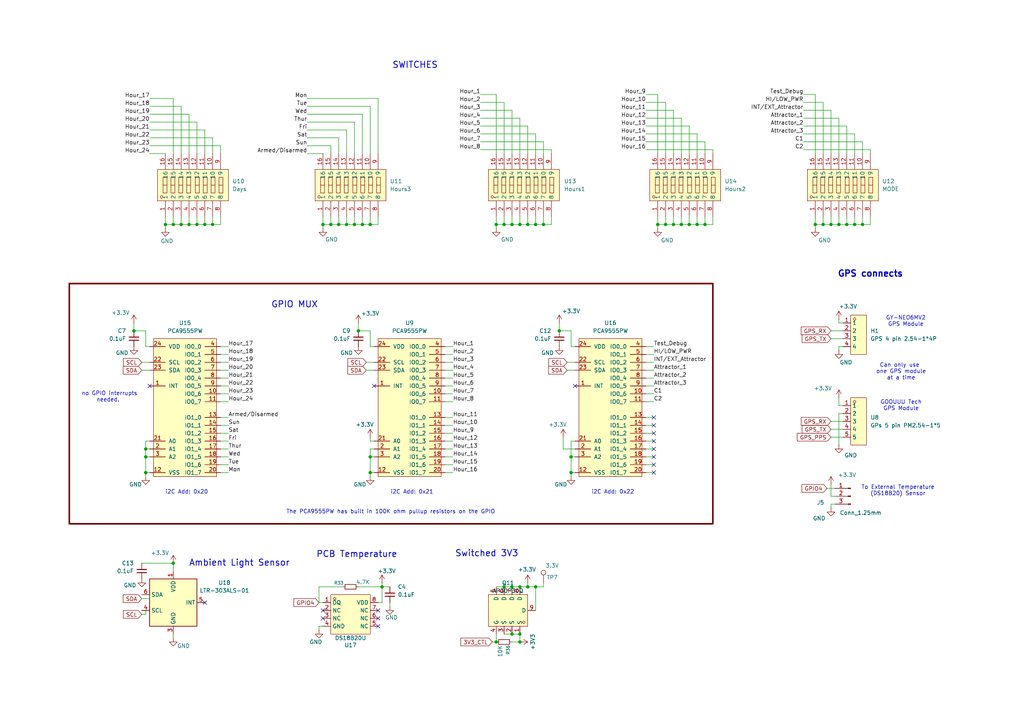
<source format=kicad_sch>
(kicad_sch (version 20250114) (generator "eeschema") (generator_version "9.0")
  (paper "User" 330.2 228.6)
  (title_block (title "MothBox") (date "2025-11-14") (rev "5.0.3") (company "Digital Naturalism Laboritories") (comment 1 "and Parkview"))
  (lib_symbols
    (symbol "MothBox_Symbol_Library:+3.3V" (power) (pin_numbers (hide yes)) (pin_names (offset 0) (hide yes))
      (property "Value" "+3.3V" (at 0 3.556 0))
      (symbol "+3.3V_0_1"
        (polyline (pts (xy -0.762 1.27) (xy 0 2.54)))
        (polyline (pts (xy 0 2.54) (xy 0.762 1.27)))
        (polyline (pts (xy 0 0) (xy 0 2.54)))
      )
      (symbol "+3.3V_1_1"
        (pin power_in line (at 0 0 90) (length 0) (name "~") (number "1"))
      )
    )
    (symbol "MothBox_Symbol_Library:+3V3" (power) (pin_numbers (hide yes)) (pin_names (offset 0) (hide yes))
      (property "Value" "+3V3" (at 0 3.556 0))
      (symbol "+3V3_0_1"
        (polyline (pts (xy -0.762 1.27) (xy 0 2.54)))
        (polyline (pts (xy 0 2.54) (xy 0.762 1.27)))
        (polyline (pts (xy 0 0) (xy 0 2.54)))
      )
      (symbol "+3V3_1_1"
        (pin power_in line (at 0 0 90) (length 0) (name "~") (number "1"))
      )
    )
    (symbol "MothBox_Symbol_Library:2.54-1*4P母"
      (property "Reference" "H" (at 0 8.89 0))
      (property "Value" "2.54-1*4P母" (at 0 -8.89 0))
      (symbol "2.54-1*4P母_0_1"
        (rectangle (start -2.54 6.35) (end 2.54 -6.35) (fill (type background)))
        (circle (center -1.27 5.08) (radius 0.38))
        (pin unspecified line (at -5.08 3.81 0) (length 2.54) (name "1") (number "1"))
        (pin unspecified line (at -5.08 1.27 0) (length 2.54) (name "2") (number "2"))
        (pin unspecified line (at -5.08 -1.27 0) (length 2.54) (name "3") (number "3"))
        (pin unspecified line (at -5.08 -3.81 0) (length 2.54) (name "4") (number "4"))
      )
    )
    (symbol "MothBox_Symbol_Library:C_Small" (pin_numbers (hide yes)) (pin_names (offset 0.254) (hide yes))
      (property "Reference" "C" (at 0.254 1.778 0))
      (property "Value" "C_Small" (at 0.254 -2.032 0))
      (symbol "C_Small_0_1"
        (polyline (pts (xy -1.524 0.508) (xy 1.524 0.508)) (stroke (width 0.3048)))
        (polyline (pts (xy -1.524 -0.508) (xy 1.524 -0.508)) (stroke (width 0.3302)))
      )
      (symbol "C_Small_1_1"
        (pin passive line (at 0 2.54 270) (length 2.032) (name "~") (number "1"))
        (pin passive line (at 0 -2.54 90) (length 2.032) (name "~") (number "2"))
      )
    )
    (symbol "MothBox_Symbol_Library:Conn_01x03_Pin" (pin_names (offset 1.016) (hide yes))
      (property "Reference" "J" (at 0 5.08 0))
      (property "Value" "Conn_01x03_Pin" (at 0 -5.08 0))
      (symbol "Conn_01x03_Pin_1_1"
        (rectangle (start 0.8636 2.667) (end 0 2.413) (stroke (width 0.1524)) (fill (type outline)))
        (rectangle (start 0.8636 0.127) (end 0 -0.127) (stroke (width 0.1524)) (fill (type outline)))
        (rectangle (start 0.8636 -2.413) (end 0 -2.667) (stroke (width 0.1524)) (fill (type outline)))
        (polyline (pts (xy 1.27 2.54) (xy 0.8636 2.54)) (stroke (width 0.1524)))
        (polyline (pts (xy 1.27 0) (xy 0.8636 0)) (stroke (width 0.1524)))
        (polyline (pts (xy 1.27 -2.54) (xy 0.8636 -2.54)) (stroke (width 0.1524)))
        (pin passive line (at 5.08 2.54 180) (length 3.81) (name "Pin_1") (number "1"))
        (pin passive line (at 5.08 0 180) (length 3.81) (name "Pin_2") (number "2"))
        (pin passive line (at 5.08 -2.54 180) (length 3.81) (name "Pin_3") (number "3"))
      )
    )
    (symbol "MothBox_Symbol_Library:DS18B20U"
      (property "Reference" "U?" (at 0 8.89 0))
      (property "Value" "DS18B20U" (at 0 -8.89 0))
      (symbol "DS18B20U_0_1"
        (rectangle (start -6.35 6.35) (end 6.35 -6.35) (fill (type background)))
        (circle (center -5.08 5.08) (radius 0.38))
        (pin unspecified line (at -8.89 3.81 0) (length 2.54) (name "DQ") (number "1"))
        (pin unspecified line (at -8.89 1.27 0) (length 2.54) (name "NC") (number "2"))
        (pin unspecified line (at -8.89 -1.27 0) (length 2.54) (name "NC") (number "3"))
        (pin unspecified line (at -8.89 -3.81 0) (length 2.54) (name "GND") (number "4"))
        (pin unspecified line (at 8.89 3.81 180) (length 2.54) (name "VDD") (number "8"))
        (pin unspecified line (at 8.89 1.27 180) (length 2.54) (name "NC") (number "7"))
        (pin unspecified line (at 8.89 -1.27 180) (length 2.54) (name "NC") (number "6"))
        (pin unspecified line (at 8.89 -3.81 180) (length 2.54) (name "NC") (number "5"))
      )
    )
    (symbol "MothBox_Symbol_Library:GND" (power) (pin_numbers (hide yes)) (pin_names (offset 0) (hide yes))
      (property "Value" "GND" (at 0 -3.81 0))
      (symbol "GND_0_1"
        (polyline (pts (xy 0 0) (xy 0 -1.27) (xy 1.27 -1.27) (xy 0 -2.54) (xy -1.27 -1.27) (xy 0 -1.27)))
      )
      (symbol "GND_1_1"
        (pin power_in line (at 0 0 270) (length 0) (name "~") (number "1"))
      )
    )
    (symbol "MothBox_Symbol_Library:LTR-303ALS-01"
      (property "Reference" "U" (at -7.62 8.89 0))
      (property "Value" "LTR-303ALS-01" (at 1.27 8.89 0))
      (symbol "LTR-303ALS-01_0_1"
        (rectangle (start -7.62 7.62) (end 7.62 -7.62) (stroke (width 0.254)) (fill (type background)))
      )
      (symbol "LTR-303ALS-01_1_1"
        (pin bidirectional line (at -10.16 2.54 0) (length 2.54) (name "SDA") (number "6"))
        (pin input line (at -10.16 -2.54 0) (length 2.54) (name "SCL") (number "4"))
        (pin power_in line (at 0 10.16 270) (length 2.54) (name "VDD") (number "1"))
        (pin power_in line (at 0 -10.16 90) (length 2.54) (name "GND") (number "3"))
        (pin no_connect line (at 7.62 -2.54 180) (length 2.54) (hide yes) (name "NC") (number "2"))
        (pin open_collector line (at 10.16 0 180) (length 2.54) (name "INT") (number "5"))
      )
    )
    (symbol "MothBox_Symbol_Library:PCA9535PW" (pin_names (offset 1.016))
      (property "Reference" "U" (at 0 -43.18 0))
      (property "Value" "PCA9535PW" (at 0 5.08 0))
      (symbol "PCA9535PW_0_1"
        (rectangle (start 10.16 2.54) (end -10.16 -41.91) (fill (type background)))
      )
      (symbol "PCA9535PW_1_1"
        (pin input line (at -11.43 0 0) (length 5.08) (name "VDD") (number "24"))
        (pin input line (at -11.43 -5.08 0) (length 5.08) (name "SCL") (number "22"))
        (pin input line (at -11.43 -7.62 0) (length 5.08) (name "SDA") (number "23"))
        (pin input line (at -11.43 -12.7 0) (length 5.08) (name "INT") (number "1"))
        (pin input line (at -11.43 -30.48 0) (length 5.08) (name "A0") (number "21"))
        (pin input line (at -11.43 -33.02 0) (length 5.08) (name "A1") (number "2"))
        (pin input line (at -11.43 -35.56 0) (length 5.08) (name "A2") (number "3"))
        (pin input line (at -11.43 -40.64 0) (length 5.08) (name "VSS") (number "12"))
        (pin input line (at 11.43 0 180) (length 5.08) (name "IO0_0") (number "4"))
        (pin input line (at 11.43 -2.54 180) (length 5.08) (name "IO0_1") (number "5"))
        (pin input line (at 11.43 -5.08 180) (length 5.08) (name "IO0_2") (number "6"))
        (pin input line (at 11.43 -7.62 180) (length 5.08) (name "IO0_3") (number "7"))
        (pin input line (at 11.43 -10.16 180) (length 5.08) (name "IO0_4") (number "8"))
        (pin input line (at 11.43 -12.7 180) (length 5.08) (name "IO0_5") (number "9"))
        (pin input line (at 11.43 -15.24 180) (length 5.08) (name "IO0_6") (number "10"))
        (pin input line (at 11.43 -17.78 180) (length 5.08) (name "IO0_7") (number "11"))
        (pin input line (at 11.43 -22.86 180) (length 5.08) (name "IO1_0") (number "13"))
        (pin input line (at 11.43 -25.4 180) (length 5.08) (name "IO1_1") (number "14"))
        (pin input line (at 11.43 -27.94 180) (length 5.08) (name "IO1_2") (number "15"))
        (pin input line (at 11.43 -30.48 180) (length 5.08) (name "IO1_3") (number "16"))
        (pin input line (at 11.43 -33.02 180) (length 5.08) (name "IO1_4") (number "17"))
        (pin input line (at 11.43 -35.56 180) (length 5.08) (name "IO1_5") (number "18"))
        (pin input line (at 11.43 -38.1 180) (length 5.08) (name "IO1_6") (number "19"))
        (pin input line (at 11.43 -40.64 180) (length 5.08) (name "IO1_7") (number "20"))
      )
    )
    (symbol "MothBox_Symbol_Library:PM2.54-1*5"
      (property "Reference" "U" (at 0 10.16 0))
      (property "Value" "PM2.54-1*5" (at 0 -10.16 0))
      (symbol "PM2.54-1*5_0_1"
        (rectangle (start -2.54 7.62) (end 2.54 -7.62) (fill (type background)))
        (circle (center -1.27 6.35) (radius 0.38))
        (pin unspecified line (at -5.08 5.08 0) (length 2.54) (name "1") (number "1"))
        (pin unspecified line (at -5.08 2.54 0) (length 2.54) (name "2") (number "2"))
        (pin unspecified line (at -5.08 0 0) (length 2.54) (name "3") (number "3"))
        (pin unspecified line (at -5.08 -2.54 0) (length 2.54) (name "4") (number "4"))
        (pin unspecified line (at -5.08 -5.08 0) (length 2.54) (name "5") (number "5"))
      )
    )
    (symbol "MothBox_Symbol_Library:R_Small" (pin_numbers (hide yes)) (pin_names (offset 0.254) (hide yes))
      (property "Reference" "R" (at 0 0 90))
      (property "Value" "R_Small" (at 1.778 0 90))
      (symbol "R_Small_0_1"
        (rectangle (start -0.762 1.778) (end 0.762 -1.778) (stroke (width 0.2032)))
      )
      (symbol "R_Small_1_1"
        (pin passive line (at 0 2.54 270) (length 0.762) (name "~") (number "1"))
        (pin passive line (at 0 -2.54 90) (length 0.762) (name "~") (number "2"))
      )
    )
    (symbol "MothBox_Symbol_Library:SMXS-08K-TP"
      (property "Reference" "SW" (at 0 15.24 0))
      (property "Value" "SMXS-08K-TP" (at 0 -15.24 0))
      (symbol "SMXS-08K-TP_0_1"
        (rectangle (start -12.7 5.08) (end 10.16 -5.08) (fill (type background)))
        (circle (center -11.43 -3.81) (radius 0.38))
        (rectangle (start -10.92 2.54) (end -9.65 -2.54) (fill (type background)))
        (polyline (pts (xy -10.92 0) (xy -9.65 0)))
        (rectangle (start -8.38 2.54) (end -7.11 -2.54) (fill (type background)))
        (polyline (pts (xy -8.38 0) (xy -7.11 0)))
        (rectangle (start -5.84 2.54) (end -4.57 -2.54) (fill (type background)))
        (polyline (pts (xy -5.84 0) (xy -4.57 0)))
        (rectangle (start -3.3 2.54) (end -2.03 -2.54) (fill (type background)))
        (polyline (pts (xy -3.3 0) (xy -2.03 0)))
        (rectangle (start -0.51 2.54) (end 0.76 -2.54) (fill (type background)))
        (polyline (pts (xy -0.51 0) (xy 0.76 0)))
        (rectangle (start 2.03 2.54) (end 3.3 -2.54) (fill (type background)))
        (polyline (pts (xy 2.03 0) (xy 3.3 0)))
        (rectangle (start 4.57 2.54) (end 5.84 -2.54) (fill (type background)))
        (polyline (pts (xy 4.57 0) (xy 5.84 0)))
        (rectangle (start 7.11 2.54) (end 8.38 -2.54) (fill (type background)))
        (polyline (pts (xy 7.11 0) (xy 8.38 0)))
        (pin unspecified line (at -10.16 10.16 270) (length 5.08) (name "16") (number "16"))
        (pin unspecified line (at -10.16 -10.16 90) (length 5.08) (name "1") (number "1"))
        (pin unspecified line (at -7.62 10.16 270) (length 5.08) (name "15") (number "15"))
        (pin unspecified line (at -7.62 -10.16 90) (length 5.08) (name "2") (number "2"))
        (pin unspecified line (at -5.08 10.16 270) (length 5.08) (name "14") (number "14"))
        (pin unspecified line (at -5.08 -10.16 90) (length 5.08) (name "3") (number "3"))
        (pin unspecified line (at -2.54 10.16 270) (length 5.08) (name "13") (number "13"))
        (pin unspecified line (at -2.54 -10.16 90) (length 5.08) (name "4") (number "4"))
        (pin unspecified line (at 0 10.16 270) (length 5.08) (name "12") (number "12"))
        (pin unspecified line (at 0 -10.16 90) (length 5.08) (name "5") (number "5"))
        (pin unspecified line (at 2.54 10.16 270) (length 5.08) (name "11") (number "11"))
        (pin unspecified line (at 2.54 -10.16 90) (length 5.08) (name "6") (number "6"))
        (pin unspecified line (at 5.08 10.16 270) (length 5.08) (name "10") (number "10"))
        (pin unspecified line (at 5.08 -10.16 90) (length 5.08) (name "7") (number "7"))
        (pin unspecified line (at 7.62 10.16 270) (length 5.08) (name "9") (number "9"))
        (pin unspecified line (at 7.62 -10.16 90) (length 5.08) (name "8") (number "8"))
      )
    )
    (symbol "MothBox_Symbol_Library:TestPoint" (pin_numbers (hide yes)) (pin_names (offset 0.762) (hide yes))
      (property "Reference" "TP" (at 0 6.858 0))
      (property "Value" "TestPoint" (at 0 5.08 0))
      (symbol "TestPoint_0_1"
        (circle (center 0 3.302) (radius 0.762))
      )
      (symbol "TestPoint_1_1"
        (pin passive line (at 0 0 90) (length 2.54) (name "1") (number "1"))
      )
    )
    (symbol "easyeda2kicad:AP30P30Q"
      (property "Reference" "Q" (at 0 13.97 0))
      (property "Value" "AP30P30Q" (at 0 -8.89 0))
      (symbol "AP30P30Q_0_1"
        (rectangle (start -5.08 6.35) (end 5.08 -6.35) (fill (type background)))
        (circle (center -3.81 5.08) (radius 0.38))
        (pin unspecified line (at -7.62 3.81 0) (length 2.54) (name "S") (number "1"))
        (pin unspecified line (at -7.62 1.27 0) (length 2.54) (name "S") (number "2"))
        (pin unspecified line (at -7.62 -1.27 0) (length 2.54) (name "S") (number "3"))
        (pin unspecified line (at -7.62 -3.81 0) (length 2.54) (name "G") (number "4"))
        (pin unspecified line (at 0 8.89 270) (length 2.54) (name "D") (number "9"))
        (pin unspecified line (at 7.62 3.81 180) (length 2.54) (name "D") (number "8"))
        (pin unspecified line (at 7.62 1.27 180) (length 2.54) (name "D") (number "7"))
        (pin unspecified line (at 7.62 -1.27 180) (length 2.54) (name "D") (number "6"))
        (pin unspecified line (at 7.62 -3.81 180) (length 2.54) (name "D") (number "5"))
      )
    )
  )
  (rectangle (start 22.352 91.44) (end 229.87 168.91) (stroke (width 0.508) (color 110 0 0 1)))
  (text "Can only use \none GPS module\nat a time" (at 290.576 119.888 0) (effects (font (size 1.27 1.27))))
  (text "no GPIO interrupts\nneeded. " (at 35.306 128.016 0) (effects (font (size 1.27 1.27))))
  (text "GY-NEO6MV2\nGPS Module" (at 292.1 103.632 0) (effects (font (size 1.27 1.27))))
  (text "Switched 3V3" (at 156.972 178.562 0) (effects (font (size 2 2) (thickness 0.254) (bold yes))))
  (text "GPS connects" (at 280.67 88.392 0) (effects (font (size 2 2) (thickness 0.4) (bold yes))))
  (text "The PCA9555PW has built in 100K ohm pullup resistors on the GPIO" (at 125.984 165.1 0) (effects (font (size 1.27 1.27))))
  (text "GOOUUU Tech\nGPS Module" (at 290.576 130.81 0) (effects (font (size 1.27 1.27))))
  (text "PCB Temperature" (at 115.062 178.816 0) (effects (font (size 2 2) (thickness 0.254) (bold yes))))
  (text "i2C Add: 0x22" (at 197.612 158.75 0) (effects (font (size 1.27 1.27))))
  (text "i2C Add: 0x20" (at 60.198 158.75 0) (effects (font (size 1.27 1.27))))
  (text "Ambient Light Sensor" (at 77.216 181.61 0) (effects (font (size 2 2) (thickness 0.254) (bold yes))))
  (text "To External Temperature\n(DS18B20) Sensor" (at 289.56 158.242 0) (effects (font (size 1.27 1.27))))
  (text "i2C Add: 0x21" (at 132.842 158.75 0) (effects (font (size 1.27 1.27))))
  (text "GPIO MUX\n" (at 94.996 98.298 0) (effects (font (size 2 2) (thickness 0.254) (bold yes))))
  (text "SWITCHES" (at 133.858 21.082 0) (effects (font (size 2 2) (thickness 0.254) (bold yes))))
  (junction (at 123.19 189.23))
  (junction (at 165.1 204.47))
  (junction (at 265.43 72.39))
  (junction (at 224.79 72.39))
  (junction (at 162.56 72.39))
  (junction (at 219.71 72.39))
  (junction (at 160.02 72.39))
  (junction (at 119.38 147.32))
  (junction (at 214.63 72.39))
  (junction (at 217.17 72.39))
  (junction (at 212.09 72.39))
  (junction (at 68.58 72.39))
  (junction (at 165.1 72.39))
  (junction (at 267.97 72.39))
  (junction (at 58.42 72.39))
  (junction (at 270.51 72.39))
  (junction (at 278.13 72.39))
  (junction (at 167.64 72.39))
  (junction (at 167.64 204.47))
  (junction (at 222.25 72.39))
  (junction (at 114.3 72.39))
  (junction (at 46.99 152.4))
  (junction (at 46.99 144.78))
  (junction (at 46.99 147.32))
  (junction (at 111.76 72.39))
  (junction (at 172.72 189.23))
  (junction (at 115.57 106.68))
  (junction (at 227.33 72.39))
  (junction (at 63.5 72.39))
  (junction (at 170.18 72.39))
  (junction (at 273.05 72.39))
  (junction (at 162.56 189.23))
  (junction (at 262.89 72.39))
  (junction (at 165.1 189.23))
  (junction (at 55.88 72.39))
  (junction (at 119.38 72.39))
  (junction (at 184.15 147.32))
  (junction (at 66.04 72.39))
  (junction (at 184.15 152.4))
  (junction (at 116.84 72.39))
  (junction (at 109.22 72.39))
  (junction (at 43.18 106.68))
  (junction (at 167.64 207.01))
  (junction (at 172.72 72.39))
  (junction (at 275.59 72.39))
  (junction (at 106.68 72.39))
  (junction (at 180.34 106.68))
  (junction (at 53.34 72.39))
  (junction (at 170.18 189.23))
  (junction (at 104.14 72.39))
  (junction (at 55.88 181.61))
  (junction (at 167.64 189.23))
  (junction (at 119.38 152.4))
  (junction (at 60.96 72.39))
  (junction (at 160.02 207.01))
  (junction (at 175.26 72.39))
  (no_connect (at 104.14 196.85))
  (no_connect (at 120.65 124.46))
  (no_connect (at 121.92 199.39))
  (no_connect (at 210.82 152.4))
  (no_connect (at 121.92 201.93))
  (no_connect (at 210.82 139.7))
  (no_connect (at 210.82 149.86))
  (no_connect (at 48.26 124.46))
  (no_connect (at 210.82 144.78))
  (no_connect (at 210.82 147.32))
  (no_connect (at 210.82 137.16))
  (no_connect (at 185.42 124.46))
  (no_connect (at 66.04 194.31))
  (no_connect (at 210.82 142.24))
  (no_connect (at 104.14 199.39))
  (no_connect (at 210.82 134.62))
  (no_connect (at 121.92 196.85))
  (wire (pts (xy 68.58 72.39) (xy 71.12 72.39)))
  (wire (pts (xy 210.82 116.84) (xy 208.28 116.84)))
  (wire (pts (xy 146.05 137.16) (xy 143.51 137.16)))
  (wire (pts (xy 46.99 142.24) (xy 46.99 144.78)))
  (wire (pts (xy 210.82 127) (xy 208.28 127)))
  (wire (pts (xy 60.96 69.85) (xy 60.96 72.39)))
  (wire (pts (xy 46.99 144.78) (xy 46.99 147.32)))
  (wire (pts (xy 208.28 43.18) (xy 224.79 43.18)))
  (wire (pts (xy 210.82 111.76) (xy 208.28 111.76)))
  (wire (pts (xy 224.79 69.85) (xy 224.79 72.39)))
  (wire (pts (xy 99.06 46.99) (xy 106.68 46.99)))
  (wire (pts (xy 73.66 114.3) (xy 71.12 114.3)))
  (wire (pts (xy 119.38 69.85) (xy 119.38 72.39)))
  (wire (pts (xy 102.87 189.23) (xy 102.87 194.31)))
  (wire (pts (xy 114.3 39.37) (xy 114.3 49.53)))
  (wire (pts (xy 184.15 147.32) (xy 184.15 152.4)))
  (wire (pts (xy 165.1 207.01) (xy 167.64 207.01)))
  (wire (pts (xy 119.38 144.78) (xy 119.38 147.32)))
  (wire (pts (xy 180.34 106.68) (xy 184.15 106.68)))
  (wire (pts (xy 45.72 116.84) (xy 48.26 116.84)))
  (wire (pts (xy 45.72 181.61) (xy 55.88 181.61)))
  (wire (pts (xy 217.17 69.85) (xy 217.17 72.39)))
  (wire (pts (xy 73.66 121.92) (xy 71.12 121.92)))
  (wire (pts (xy 48.26 142.24) (xy 46.99 142.24)))
  (wire (pts (xy 165.1 189.23) (xy 167.64 189.23)))
  (wire (pts (xy 167.64 72.39) (xy 170.18 72.39)))
  (wire (pts (xy 46.99 152.4) (xy 46.99 153.67)))
  (wire (pts (xy 99.06 39.37) (xy 114.3 39.37)))
  (wire (pts (xy 121.92 69.85) (xy 121.92 72.39)))
  (wire (pts (xy 160.02 189.23) (xy 162.56 189.23)))
  (wire (pts (xy 154.94 45.72) (xy 175.26 45.72)))
  (wire (pts (xy 48.26 46.99) (xy 71.12 46.99)))
  (wire (pts (xy 170.18 72.39) (xy 172.72 72.39)))
  (wire (pts (xy 210.82 144.78) (xy 208.28 144.78)))
  (wire (pts (xy 162.56 33.02) (xy 162.56 49.53)))
  (wire (pts (xy 184.15 147.32) (xy 185.42 147.32)))
  (wire (pts (xy 210.82 152.4) (xy 208.28 152.4)))
  (wire (pts (xy 115.57 106.68) (xy 119.38 106.68)))
  (wire (pts (xy 185.42 152.4) (xy 184.15 152.4)))
  (wire (pts (xy 146.05 147.32) (xy 143.51 147.32)))
  (wire (pts (xy 217.17 35.56) (xy 217.17 49.53)))
  (wire (pts (xy 262.89 69.85) (xy 262.89 72.39)))
  (wire (pts (xy 48.26 34.29) (xy 58.42 34.29)))
  (wire (pts (xy 99.06 49.53) (xy 104.14 49.53)))
  (wire (pts (xy 119.38 34.29) (xy 119.38 49.53)))
  (wire (pts (xy 73.66 129.54) (xy 71.12 129.54)))
  (wire (pts (xy 53.34 72.39) (xy 53.34 73.66)))
  (wire (pts (xy 210.82 121.92) (xy 208.28 121.92)))
  (wire (pts (xy 118.11 119.38) (xy 120.65 119.38)))
  (wire (pts (xy 146.05 139.7) (xy 143.51 139.7)))
  (wire (pts (xy 46.99 106.68) (xy 46.99 111.76)))
  (wire (pts (xy 116.84 36.83) (xy 116.84 49.53)))
  (wire (pts (xy 55.88 204.47) (xy 55.88 205.74)))
  (wire (pts (xy 267.97 69.85) (xy 267.97 72.39)))
  (wire (pts (xy 160.02 72.39) (xy 162.56 72.39)))
  (wire (pts (xy 227.33 69.85) (xy 227.33 72.39)))
  (wire (pts (xy 160.02 207.01) (xy 160.02 204.47)))
  (wire (pts (xy 210.82 119.38) (xy 208.28 119.38)))
  (wire (pts (xy 123.19 189.23) (xy 125.73 189.23)))
  (wire (pts (xy 273.05 40.64) (xy 273.05 49.53)))
  (wire (pts (xy 119.38 72.39) (xy 121.92 72.39)))
  (wire (pts (xy 267.97 72.39) (xy 270.51 72.39)))
  (wire (pts (xy 222.25 40.64) (xy 222.25 49.53)))
  (wire (pts (xy 165.1 35.56) (xy 165.1 49.53)))
  (wire (pts (xy 116.84 72.39) (xy 119.38 72.39)))
  (wire (pts (xy 43.18 104.14) (xy 43.18 106.68)))
  (wire (pts (xy 63.5 72.39) (xy 66.04 72.39)))
  (wire (pts (xy 180.34 104.14) (xy 180.34 106.68)))
  (wire (pts (xy 45.72 196.85) (xy 46.99 196.85)))
  (wire (pts (xy 160.02 69.85) (xy 160.02 72.39)))
  (wire (pts (xy 184.15 142.24) (xy 185.42 142.24)))
  (wire (pts (xy 48.26 193.04) (xy 45.72 193.04)))
  (wire (pts (xy 175.26 187.96) (xy 175.26 189.23)))
  (wire (pts (xy 160.02 30.48) (xy 160.02 49.53)))
  (wire (pts (xy 259.08 33.02) (xy 265.43 33.02)))
  (wire (pts (xy 267.97 160.02) (xy 269.24 160.02)))
  (wire (pts (xy 267.97 109.22) (xy 271.78 109.22)))
  (wire (pts (xy 120.65 111.76) (xy 119.38 111.76)))
  (wire (pts (xy 119.38 144.78) (xy 120.65 144.78)))
  (wire (pts (xy 104.14 72.39) (xy 106.68 72.39)))
  (wire (pts (xy 273.05 72.39) (xy 275.59 72.39)))
  (wire (pts (xy 210.82 139.7) (xy 208.28 139.7)))
  (wire (pts (xy 68.58 69.85) (xy 68.58 72.39)))
  (wire (pts (xy 71.12 49.53) (xy 71.12 46.99)))
  (wire (pts (xy 125.73 194.31) (xy 125.73 195.58)))
  (wire (pts (xy 46.99 147.32) (xy 48.26 147.32)))
  (wire (pts (xy 170.18 40.64) (xy 170.18 49.53)))
  (wire (pts (xy 119.38 147.32) (xy 119.38 152.4)))
  (wire (pts (xy 46.99 147.32) (xy 46.99 152.4)))
  (wire (pts (xy 182.88 119.38) (xy 185.42 119.38)))
  (wire (pts (xy 208.28 38.1) (xy 219.71 38.1)))
  (wire (pts (xy 267.97 106.68) (xy 271.78 106.68)))
  (wire (pts (xy 120.65 152.4) (xy 119.38 152.4)))
  (wire (pts (xy 119.38 106.68) (xy 119.38 111.76)))
  (wire (pts (xy 219.71 38.1) (xy 219.71 49.53)))
  (wire (pts (xy 278.13 45.72) (xy 278.13 49.53)))
  (wire (pts (xy 210.82 114.3) (xy 208.28 114.3)))
  (wire (pts (xy 146.05 144.78) (xy 143.51 144.78)))
  (wire (pts (xy 63.5 39.37) (xy 63.5 49.53)))
  (wire (pts (xy 270.51 133.35) (xy 270.51 143.51)))
  (wire (pts (xy 208.28 48.26) (xy 229.87 48.26)))
  (wire (pts (xy 146.05 149.86) (xy 143.51 149.86)))
  (wire (pts (xy 48.26 36.83) (xy 60.96 36.83)))
  (wire (pts (xy 210.82 134.62) (xy 208.28 134.62)))
  (wire (pts (xy 224.79 72.39) (xy 227.33 72.39)))
  (wire (pts (xy 270.51 111.76) (xy 271.78 111.76)))
  (wire (pts (xy 146.05 121.92) (xy 143.51 121.92)))
  (wire (pts (xy 48.26 191.77) (xy 48.26 193.04)))
  (wire (pts (xy 146.05 134.62) (xy 143.51 134.62)))
  (wire (pts (xy 114.3 72.39) (xy 116.84 72.39)))
  (wire (pts (xy 170.18 69.85) (xy 170.18 72.39)))
  (wire (pts (xy 278.13 72.39) (xy 280.67 72.39)))
  (wire (pts (xy 73.66 149.86) (xy 71.12 149.86)))
  (wire (pts (xy 68.58 44.45) (xy 68.58 49.53)))
  (wire (pts (xy 46.99 196.85) (xy 46.99 198.12)))
  (wire (pts (xy 275.59 43.18) (xy 275.59 49.53)))
  (wire (pts (xy 162.56 189.23) (xy 165.1 189.23)))
  (wire (pts (xy 106.68 72.39) (xy 109.22 72.39)))
  (wire (pts (xy 219.71 69.85) (xy 219.71 72.39)))
  (wire (pts (xy 229.87 48.26) (xy 229.87 49.53)))
  (wire (pts (xy 60.96 36.83) (xy 60.96 49.53)))
  (wire (pts (xy 146.05 116.84) (xy 143.51 116.84)))
  (wire (pts (xy 259.08 35.56) (xy 267.97 35.56)))
  (wire (pts (xy 109.22 69.85) (xy 109.22 72.39)))
  (wire (pts (xy 73.66 152.4) (xy 71.12 152.4)))
  (wire (pts (xy 154.94 30.48) (xy 160.02 30.48)))
  (wire (pts (xy 214.63 33.02) (xy 214.63 49.53)))
  (wire (pts (xy 208.28 45.72) (xy 227.33 45.72)))
  (wire (pts (xy 73.66 139.7) (xy 71.12 139.7)))
  (wire (pts (xy 270.51 104.14) (xy 271.78 104.14)))
  (wire (pts (xy 267.97 162.56) (xy 267.97 163.83)))
  (wire (pts (xy 48.26 49.53) (xy 53.34 49.53)))
  (wire (pts (xy 270.51 102.87) (xy 270.51 104.14)))
  (wire (pts (xy 99.06 31.75) (xy 121.92 31.75)))
  (wire (pts (xy 267.97 35.56) (xy 267.97 49.53)))
  (wire (pts (xy 146.05 114.3) (xy 143.51 114.3)))
  (wire (pts (xy 270.51 133.35) (xy 271.78 133.35)))
  (wire (pts (xy 99.06 34.29) (xy 119.38 34.29)))
  (wire (pts (xy 55.88 69.85) (xy 55.88 72.39)))
  (wire (pts (xy 53.34 69.85) (xy 53.34 72.39)))
  (wire (pts (xy 73.66 119.38) (xy 71.12 119.38)))
  (wire (pts (xy 58.42 72.39) (xy 60.96 72.39)))
  (wire (pts (xy 267.97 140.97) (xy 271.78 140.97)))
  (wire (pts (xy 123.19 187.96) (xy 123.19 189.23)))
  (wire (pts (xy 177.8 69.85) (xy 177.8 72.39)))
  (wire (pts (xy 99.06 44.45) (xy 109.22 44.45)))
  (wire (pts (xy 182.88 116.84) (xy 185.42 116.84)))
  (wire (pts (xy 55.88 72.39) (xy 58.42 72.39)))
  (wire (pts (xy 46.99 144.78) (xy 48.26 144.78)))
  (wire (pts (xy 270.51 69.85) (xy 270.51 72.39)))
  (wire (pts (xy 104.14 201.93) (xy 102.87 201.93)))
  (wire (pts (xy 55.88 184.15) (xy 55.88 181.61)))
  (wire (pts (xy 175.26 45.72) (xy 175.26 49.53)))
  (wire (pts (xy 73.66 147.32) (xy 71.12 147.32)))
  (wire (pts (xy 73.66 137.16) (xy 71.12 137.16)))
  (wire (pts (xy 273.05 69.85) (xy 273.05 72.39)))
  (wire (pts (xy 114.3 69.85) (xy 114.3 72.39)))
  (wire (pts (xy 154.94 33.02) (xy 162.56 33.02)))
  (wire (pts (xy 162.56 72.39) (xy 165.1 72.39)))
  (wire (pts (xy 262.89 72.39) (xy 265.43 72.39)))
  (wire (pts (xy 119.38 152.4) (xy 119.38 153.67)))
  (wire (pts (xy 111.76 69.85) (xy 111.76 72.39)))
  (wire (pts (xy 160.02 72.39) (xy 160.02 73.66)))
  (wire (pts (xy 46.99 198.12) (xy 45.72 198.12)))
  (wire (pts (xy 102.87 194.31) (xy 104.14 194.31)))
  (wire (pts (xy 109.22 72.39) (xy 111.76 72.39)))
  (wire (pts (xy 212.09 30.48) (xy 212.09 49.53)))
  (wire (pts (xy 265.43 72.39) (xy 267.97 72.39)))
  (wire (pts (xy 267.97 138.43) (xy 271.78 138.43)))
  (wire (pts (xy 167.64 204.47) (xy 167.64 207.01)))
  (wire (pts (xy 165.1 72.39) (xy 167.64 72.39)))
  (wire (pts (xy 214.63 69.85) (xy 214.63 72.39)))
  (wire (pts (xy 217.17 72.39) (xy 219.71 72.39)))
  (wire (pts (xy 119.38 147.32) (xy 120.65 147.32)))
  (wire (pts (xy 165.1 204.47) (xy 167.64 204.47)))
  (wire (pts (xy 208.28 40.64) (xy 222.25 40.64)))
  (wire (pts (xy 278.13 69.85) (xy 278.13 72.39)))
  (wire (pts (xy 172.72 72.39) (xy 175.26 72.39)))
  (wire (pts (xy 146.05 127) (xy 143.51 127)))
  (wire (pts (xy 181.61 140.97) (xy 181.61 144.78)))
  (wire (pts (xy 222.25 69.85) (xy 222.25 72.39)))
  (wire (pts (xy 265.43 69.85) (xy 265.43 72.39)))
  (wire (pts (xy 73.66 144.78) (xy 71.12 144.78)))
  (wire (pts (xy 123.19 194.31) (xy 121.92 194.31)))
  (wire (pts (xy 111.76 41.91) (xy 111.76 49.53)))
  (wire (pts (xy 212.09 72.39) (xy 214.63 72.39)))
  (wire (pts (xy 167.64 69.85) (xy 167.64 72.39)))
  (wire (pts (xy 259.08 30.48) (xy 262.89 30.48)))
  (wire (pts (xy 275.59 72.39) (xy 278.13 72.39)))
  (wire (pts (xy 73.66 116.84) (xy 71.12 116.84)))
  (wire (pts (xy 227.33 72.39) (xy 229.87 72.39)))
  (wire (pts (xy 170.18 189.23) (xy 170.18 187.96)))
  (wire (pts (xy 210.82 124.46) (xy 208.28 124.46)))
  (wire (pts (xy 48.26 152.4) (xy 46.99 152.4)))
  (wire (pts (xy 154.94 40.64) (xy 170.18 40.64)))
  (wire (pts (xy 214.63 72.39) (xy 217.17 72.39)))
  (wire (pts (xy 146.05 119.38) (xy 143.51 119.38)))
  (wire (pts (xy 48.26 44.45) (xy 68.58 44.45)))
  (wire (pts (xy 66.04 69.85) (xy 66.04 72.39)))
  (wire (pts (xy 210.82 149.86) (xy 208.28 149.86)))
  (wire (pts (xy 154.94 35.56) (xy 165.1 35.56)))
  (wire (pts (xy 259.08 45.72) (xy 278.13 45.72)))
  (wire (pts (xy 227.33 45.72) (xy 227.33 49.53)))
  (wire (pts (xy 118.11 116.84) (xy 120.65 116.84)))
  (wire (pts (xy 270.51 128.27) (xy 270.51 130.81)))
  (wire (pts (xy 48.26 39.37) (xy 63.5 39.37)))
  (wire (pts (xy 270.51 130.81) (xy 271.78 130.81)))
  (wire (pts (xy 162.56 69.85) (xy 162.56 72.39)))
  (wire (pts (xy 229.87 69.85) (xy 229.87 72.39)))
  (wire (pts (xy 175.26 69.85) (xy 175.26 72.39)))
  (wire (pts (xy 48.26 31.75) (xy 55.88 31.75)))
  (wire (pts (xy 267.97 156.21) (xy 267.97 160.02)))
  (wire (pts (xy 146.05 124.46) (xy 143.51 124.46)))
  (wire (pts (xy 66.04 72.39) (xy 68.58 72.39)))
  (wire (pts (xy 167.64 189.23) (xy 170.18 189.23)))
  (wire (pts (xy 184.15 106.68) (xy 184.15 111.76)))
  (wire (pts (xy 146.05 142.24) (xy 143.51 142.24)))
  (wire (pts (xy 123.19 189.23) (xy 123.19 194.31)))
  (wire (pts (xy 259.08 43.18) (xy 275.59 43.18)))
  (wire (pts (xy 146.05 111.76) (xy 143.51 111.76)))
  (wire (pts (xy 73.66 134.62) (xy 71.12 134.62)))
  (wire (pts (xy 146.05 152.4) (xy 143.51 152.4)))
  (wire (pts (xy 280.67 48.26) (xy 280.67 49.53)))
  (wire (pts (xy 109.22 44.45) (xy 109.22 49.53)))
  (wire (pts (xy 60.96 72.39) (xy 63.5 72.39)))
  (wire (pts (xy 111.76 72.39) (xy 114.3 72.39)))
  (wire (pts (xy 154.94 38.1) (xy 167.64 38.1)))
  (wire (pts (xy 270.51 38.1) (xy 270.51 49.53)))
  (wire (pts (xy 275.59 69.85) (xy 275.59 72.39)))
  (wire (pts (xy 119.38 142.24) (xy 120.65 142.24)))
  (wire (pts (xy 175.26 72.39) (xy 177.8 72.39)))
  (wire (pts (xy 265.43 33.02) (xy 265.43 49.53)))
  (wire (pts (xy 172.72 189.23) (xy 170.18 189.23)))
  (wire (pts (xy 222.25 72.39) (xy 224.79 72.39)))
  (wire (pts (xy 102.87 201.93) (xy 102.87 203.2)))
  (wire (pts (xy 110.49 189.23) (xy 102.87 189.23)))
  (wire (pts (xy 115.57 189.23) (xy 123.19 189.23)))
  (wire (pts (xy 219.71 72.39) (xy 222.25 72.39)))
  (wire (pts (xy 162.56 204.47) (xy 165.1 204.47)))
  (wire (pts (xy 104.14 69.85) (xy 104.14 72.39)))
  (wire (pts (xy 45.72 191.77) (xy 48.26 191.77)))
  (wire (pts (xy 116.84 69.85) (xy 116.84 72.39)))
  (wire (pts (xy 115.57 104.14) (xy 115.57 106.68)))
  (wire (pts (xy 73.66 124.46) (xy 71.12 124.46)))
  (wire (pts (xy 121.92 31.75) (xy 121.92 49.53)))
  (wire (pts (xy 73.66 142.24) (xy 71.12 142.24)))
  (wire (pts (xy 167.64 38.1) (xy 167.64 49.53)))
  (wire (pts (xy 208.28 35.56) (xy 217.17 35.56)))
  (wire (pts (xy 165.1 69.85) (xy 165.1 72.39)))
  (wire (pts (xy 172.72 43.18) (xy 172.72 49.53)))
  (wire (pts (xy 267.97 135.89) (xy 271.78 135.89)))
  (wire (pts (xy 71.12 69.85) (xy 71.12 72.39)))
  (wire (pts (xy 99.06 41.91) (xy 111.76 41.91)))
  (wire (pts (xy 58.42 69.85) (xy 58.42 72.39)))
  (wire (pts (xy 280.67 69.85) (xy 280.67 72.39)))
  (wire (pts (xy 266.7 157.48) (xy 269.24 157.48)))
  (wire (pts (xy 210.82 142.24) (xy 208.28 142.24)))
  (wire (pts (xy 154.94 43.18) (xy 172.72 43.18)))
  (wire (pts (xy 267.97 162.56) (xy 269.24 162.56)))
  (wire (pts (xy 73.66 111.76) (xy 71.12 111.76)))
  (wire (pts (xy 48.26 41.91) (xy 66.04 41.91)))
  (wire (pts (xy 58.42 34.29) (xy 58.42 49.53)))
  (wire (pts (xy 175.26 189.23) (xy 172.72 189.23)))
  (wire (pts (xy 55.88 31.75) (xy 55.88 49.53)))
  (wire (pts (xy 172.72 189.23) (xy 172.72 196.85)))
  (wire (pts (xy 208.28 30.48) (xy 212.09 30.48)))
  (wire (pts (xy 106.68 46.99) (xy 106.68 49.53)))
  (wire (pts (xy 259.08 40.64) (xy 273.05 40.64)))
  (wire (pts (xy 208.28 33.02) (xy 214.63 33.02)))
  (wire (pts (xy 45.72 119.38) (xy 48.26 119.38)))
  (wire (pts (xy 259.08 48.26) (xy 280.67 48.26)))
  (wire (pts (xy 43.18 106.68) (xy 46.99 106.68)))
  (wire (pts (xy 66.04 41.91) (xy 66.04 49.53)))
  (wire (pts (xy 262.89 72.39) (xy 262.89 73.66)))
  (wire (pts (xy 104.14 72.39) (xy 104.14 73.66)))
  (wire (pts (xy 53.34 72.39) (xy 55.88 72.39)))
  (wire (pts (xy 48.26 111.76) (xy 46.99 111.76)))
  (wire (pts (xy 146.05 129.54) (xy 143.51 129.54)))
  (wire (pts (xy 184.15 152.4) (xy 184.15 153.67)))
  (wire (pts (xy 212.09 72.39) (xy 212.09 73.66)))
  (wire (pts (xy 210.82 137.16) (xy 208.28 137.16)))
  (wire (pts (xy 158.75 207.01) (xy 160.02 207.01)))
  (wire (pts (xy 210.82 129.54) (xy 208.28 129.54)))
  (wire (pts (xy 63.5 69.85) (xy 63.5 72.39)))
  (wire (pts (xy 184.15 142.24) (xy 184.15 147.32)))
  (wire (pts (xy 185.42 111.76) (xy 184.15 111.76)))
  (wire (pts (xy 224.79 43.18) (xy 224.79 49.53)))
  (wire (pts (xy 270.51 72.39) (xy 273.05 72.39)))
  (wire (pts (xy 210.82 147.32) (xy 208.28 147.32)))
  (wire (pts (xy 119.38 140.97) (xy 119.38 142.24)))
  (wire (pts (xy 259.08 38.1) (xy 270.51 38.1)))
  (wire (pts (xy 212.09 69.85) (xy 212.09 72.39)))
  (wire (pts (xy 270.51 113.03) (xy 270.51 111.76)))
  (wire (pts (xy 99.06 36.83) (xy 116.84 36.83)))
  (wire (pts (xy 73.66 127) (xy 71.12 127)))
  (wire (pts (xy 177.8 48.26) (xy 177.8 49.53)))
  (wire (pts (xy 262.89 30.48) (xy 262.89 49.53)))
  (wire (pts (xy 172.72 69.85) (xy 172.72 72.39)))
  (wire (pts (xy 181.61 144.78) (xy 185.42 144.78)))
  (wire (pts (xy 106.68 69.85) (xy 106.68 72.39)))
  (wire (pts (xy 154.94 48.26) (xy 177.8 48.26)))
  (label "Tue" (at 99.06 34.29 180))
  (label "Attractor_3" (at 210.82 124.46 0))
  (label "Fri" (at 73.66 142.24 0))
  (label "Wed" (at 73.66 147.32 0))
  (label "Hour_22" (at 48.26 44.45 180))
  (label "Test_Debug" (at 210.82 111.76 0))
  (label "Mon" (at 99.06 31.75 180))
  (label "Thur" (at 73.66 144.78 0))
  (label "Hour_4" (at 154.94 38.1 180))
  (label "Hour_9" (at 208.28 30.48 180))
  (label "Thur" (at 99.06 39.37 180))
  (label "Hour_21" (at 73.66 121.92 0))
  (label "Hour_12" (at 146.05 142.24 0))
  (label "Hour_2" (at 146.05 114.3 0))
  (label "Hour_11" (at 146.05 134.62 0))
  (label "Armed{slash}Disarmed" (at 73.66 134.62 0))
  (label "Hour_5" (at 146.05 121.92 0))
  (label "Hour_8" (at 146.05 129.54 0))
  (label "Hour_14" (at 146.05 147.32 0))
  (label "Hour_18" (at 73.66 114.3 0))
  (label "Hour_15" (at 146.05 149.86 0))
  (label "Wed" (at 99.06 36.83 180))
  (label "Hour_2" (at 154.94 33.02 180))
  (label "Tue" (at 73.66 149.86 0))
  (label "Sat" (at 73.66 139.7 0))
  (label "HI{slash}LOW_PWR" (at 210.82 114.3 0))
  (label "Mon" (at 73.66 152.4 0))
  (label "Hour_16" (at 208.28 48.26 180))
  (label "Hour_24" (at 48.26 49.53 180))
  (label "C2" (at 210.82 129.54 0))
  (label "C1" (at 210.82 127 0))
  (label "Hour_16" (at 146.05 152.4 0))
  (label "Hour_7" (at 146.05 127 0))
  (label "INT{slash}EXT_Attractor" (at 259.08 35.56 180))
  (label "C1" (at 259.08 45.72 180))
  (label "Hour_24" (at 73.66 129.54 0))
  (label "C2" (at 259.08 48.26 180))
  (label "Hour_18" (at 48.26 34.29 180))
  (label "Hour_6" (at 154.94 43.18 180))
  (label "Hour_19" (at 73.66 116.84 0))
  (label "Hour_8" (at 154.94 48.26 180))
  (label "Hour_12" (at 208.28 38.1 180))
  (label "Sun" (at 99.06 46.99 180))
  (label "HI{slash}LOW_PWR" (at 259.08 33.02 180))
  (label "Hour_7" (at 154.94 45.72 180))
  (label "Armed{slash}Disarmed" (at 99.06 49.53 180))
  (label "Hour_15" (at 208.28 45.72 180))
  (label "Hour_13" (at 208.28 40.64 180))
  (label "Attractor_2" (at 210.82 121.92 0))
  (label "Hour_10" (at 146.05 137.16 0))
  (label "Sat" (at 99.06 44.45 180))
  (label "Hour_10" (at 208.28 33.02 180))
  (label "Hour_17" (at 73.66 111.76 0))
  (label "Attractor_1" (at 259.08 38.1 180))
  (label "Sun" (at 73.66 137.16 0))
  (label "Hour_13" (at 146.05 144.78 0))
  (label "Hour_1" (at 146.05 111.76 0))
  (label "Attractor_2" (at 259.08 40.64 180))
  (label "Hour_23" (at 73.66 127 0))
  (label "Hour_5" (at 154.94 40.64 180))
  (label "Hour_17" (at 48.26 31.75 180))
  (label "Hour_20" (at 48.26 39.37 180))
  (label "Hour_21" (at 48.26 41.91 180))
  (label "Hour_23" (at 48.26 46.99 180))
  (label "Hour_9" (at 146.05 139.7 0))
  (label "Test_Debug" (at 259.08 30.48 180))
  (label "Hour_22" (at 73.66 124.46 0))
  (label "Hour_3" (at 146.05 116.84 0))
  (label "Attractor_1" (at 210.82 119.38 0))
  (label "Hour_11" (at 208.28 35.56 180))
  (label "Attractor_3" (at 259.08 43.18 180))
  (label "INT{slash}EXT_Attractor" (at 210.82 116.84 0))
  (label "Hour_14" (at 208.28 43.18 180))
  (label "Fri" (at 99.06 41.91 180))
  (label "Hour_6" (at 146.05 124.46 0))
  (label "Hour_4" (at 146.05 119.38 0))
  (label "Hour_1" (at 154.94 30.48 180))
  (label "Hour_19" (at 48.26 36.83 180))
  (label "Hour_20" (at 73.66 119.38 0))
  (label "Hour_3" (at 154.94 35.56 180))
  (global_label "GPS_TX" (shape input) (at 267.97 138.43 180) (property "Intersheetrefs" "${INTERSHEET_REFS}" (effects (hide yes))))
  (global_label "GPIO4" (shape input) (at 102.87 194.31 180) (property "Intersheetrefs" "${INTERSHEET_REFS}" (effects (hide yes))))
  (global_label "GPS_RX" (shape input) (at 267.97 106.68 180) (property "Intersheetrefs" "${INTERSHEET_REFS}" (effects (hide yes))))
  (global_label "SDA" (shape input) (at 45.72 119.38 180) (property "Intersheetrefs" "${INTERSHEET_REFS}" (effects (hide yes))))
  (global_label "SCL" (shape input) (at 182.88 116.84 180) (property "Intersheetrefs" "${INTERSHEET_REFS}" (effects (hide yes))))
  (global_label "SCL" (shape input) (at 45.72 116.84 180) (property "Intersheetrefs" "${INTERSHEET_REFS}" (effects (hide yes))))
  (global_label "GPS_RX" (shape input) (at 267.97 135.89 180) (property "Intersheetrefs" "${INTERSHEET_REFS}" (effects (hide yes))))
  (global_label "SCL" (shape input) (at 45.72 198.12 180) (property "Intersheetrefs" "${INTERSHEET_REFS}" (effects (hide yes))))
  (global_label "GPS_PPS" (shape input) (at 267.97 140.97 180) (property "Intersheetrefs" "${INTERSHEET_REFS}" (effects (hide yes))))
  (global_label "SDA" (shape input) (at 45.72 193.04 180) (property "Intersheetrefs" "${INTERSHEET_REFS}" (effects (hide yes))))
  (global_label "GPS_TX" (shape input) (at 267.97 109.22 180) (property "Intersheetrefs" "${INTERSHEET_REFS}" (effects (hide yes))))
  (global_label "3V3_CTL" (shape input) (at 158.75 207.01 180) (property "Intersheetrefs" "${INTERSHEET_REFS}" (effects (hide yes))))
  (global_label "SDA" (shape input) (at 118.11 119.38 180) (property "Intersheetrefs" "${INTERSHEET_REFS}" (effects (hide yes))))
  (global_label "SDA" (shape input) (at 182.88 119.38 180) (property "Intersheetrefs" "${INTERSHEET_REFS}" (effects (hide yes))))
  (global_label "SCL" (shape input) (at 118.11 116.84 180) (property "Intersheetrefs" "${INTERSHEET_REFS}" (effects (hide yes))))
  (global_label "GPIO4" (shape input) (at 266.7 157.48 180) (property "Intersheetrefs" "${INTERSHEET_REFS}" (effects (hide yes))))
  (symbol (lib_id "MothBox_Symbol_Library:+3.3V") (at 270.51 128.27 0) (unit 1)
    (property "Reference" "#PWR022" (effects (hide yes)))
    (property "Value" "+3.3V" (at 262.382 125.222 0) (effects (justify left)))
    (property "Description" "Power symbol creates a global label with name \"+3.3V\"" (effects (hide yes)))
  )
  (symbol (lib_id "MothBox_Symbol_Library:GND") (at 45.72 186.69 0) (mirror y) (unit 1)
    (property "Reference" "#PWR065" (effects (hide yes)))
    (property "Value" "GND" (at 41.91 188.722 0))
    (property "Description" "Power symbol creates a global label with name \"GND\" , ground" (effects (hide yes)))
  )
  (symbol (lib_id "MothBox_Symbol_Library:+3.3V") (at 55.88 181.61 0) (mirror y) (unit 1)
    (property "Reference" "#PWR064" (effects (hide yes)))
    (property "Value" "+3.3V" (at 51.562 178.308 0))
    (property "Description" "Power symbol creates a global label with name \"+3.3V\"" (effects (hide yes)))
  )
  (symbol (lib_id "MothBox_Symbol_Library:2.54-1*4P母") (at 276.86 107.95 0) (unit 1)
    (property "Reference" "H1" (at 280.67 106.6799 0) (effects (justify left)))
    (property "Value" "GPS 4 pin 2.54-1*4P" (at 280.67 109.2199 0) (effects (justify left)))
    (property "Footprint" "Connector_PinSocket_2.54mm:PinSocket_1x04_P2.54mm_Vertical" (effects (hide yes)))
    (property "LCSC_Part" "C2718488" (effects (hide yes)))
  )
  (symbol (lib_id "MothBox_Symbol_Library:GND") (at 160.02 73.66 0) (unit 1)
    (property "Reference" "#PWR029" (effects (hide yes)))
    (property "Value" "GND" (at 163.576 77.216 0))
    (property "Description" "Power symbol creates a global label with name \"GND\" , ground" (effects (hide yes)))
  )
  (symbol (lib_id "MothBox_Symbol_Library:+3.3V") (at 115.57 104.14 0) (mirror y) (unit 1)
    (property "Reference" "#PWR050" (effects (hide yes)))
    (property "Value" "+3.3V" (at 119.38 101.092 0))
    (property "Description" "Power symbol creates a global label with name \"+3.3V\"" (effects (hide yes)))
  )
  (symbol (lib_id "MothBox_Symbol_Library:GND") (at 104.14 73.66 0) (unit 1)
    (property "Reference" "#PWR028" (effects (hide yes)))
    (property "Value" "GND" (at 106.934 77.216 0))
    (property "Description" "Power symbol creates a global label with name \"GND\" , ground" (effects (hide yes)))
  )
  (symbol (lib_id "MothBox_Symbol_Library:+3V3") (at 167.64 207.01 270) (unit 1)
    (property "Reference" "#PWR075" (effects (hide yes)))
    (property "Value" "+3V3" (at 171.7731 207.01 0))
    (property "Description" "Power symbol creates a global label with name \"+3V3\"" (effects (hide yes)))
  )
  (symbol (lib_id "MothBox_Symbol_Library:+3.3V") (at 270.51 102.87 0) (unit 1)
    (property "Reference" "#PWR020" (effects (hide yes)))
    (property "Value" "+3.3V" (at 270.51 98.806 0) (effects (justify left)))
    (property "Description" "Power symbol creates a global label with name \"+3.3V\"" (effects (hide yes)))
  )
  (symbol (lib_id "MothBox_Symbol_Library:GND") (at 180.34 111.76 0) (mirror y) (unit 1)
    (property "Reference" "#PWR032" (effects (hide yes)))
    (property "Value" "GND" (at 176.53 113.792 0))
    (property "Description" "Power symbol creates a global label with name \"GND\" , ground" (effects (hide yes)))
  )
  (symbol (lib_id "MothBox_Symbol_Library:GND") (at 119.38 153.67 0) (mirror y) (unit 1)
    (property "Reference" "#PWR052" (effects (hide yes)))
    (property "Value" "GND" (at 116.078 156.21 0))
    (property "Description" "Power symbol creates a global label with name \"GND\" , ground" (effects (hide yes)))
  )
  (symbol (lib_id "MothBox_Symbol_Library:+3.3V") (at 170.18 187.96 0) (mirror y) (unit 1)
    (property "Reference" "#PWR066" (effects (hide yes)))
    (property "Value" "+3.3V" (at 169.926 183.642 0))
    (property "Description" "Power symbol creates a global label with name \"+3.3V\"" (effects (hide yes)))
  )
  (symbol (lib_id "MothBox_Symbol_Library:+3.3V") (at 180.34 104.14 0) (mirror y) (unit 1)
    (property "Reference" "#PWR013" (effects (hide yes)))
    (property "Value" "+3.3V" (at 184.15 100.33 0))
    (property "Description" "Power symbol creates a global label with name \"+3.3V\"" (effects (hide yes)))
  )
  (symbol (lib_id "MothBox_Symbol_Library:GND") (at 270.51 143.51 0) (unit 1)
    (property "Reference" "#PWR023" (effects (hide yes)))
    (property "Value" "GND" (at 272.288 146.812 0) (effects (justify left)))
    (property "Description" "Power symbol creates a global label with name \"GND\" , ground" (effects (hide yes)))
  )
  (symbol (lib_id "MothBox_Symbol_Library:PCA9535PW") (at 196.85 111.76 0) (unit 1)
    (property "Reference" "U16" (at 196.85 104.14 0))
    (property "Value" "PCA9555PW" (at 196.85 106.68 0))
    (property "Footprint" "MothBox_footprints_Library:TSSOP-24_4.4x7.8mm_P0.65mm" (effects (hide yes)))
    (property "LCSC_Part" " C42420607" (effects (hide yes)))
  )
  (symbol (lib_id "MothBox_Symbol_Library:C_Small") (at 43.18 109.22 0) (mirror x) (unit 1)
    (property "Reference" "C7" (at 40.64 106.6735 0) (effects (justify right)))
    (property "Value" "0.1uF" (at 40.64 109.2135 0) (effects (justify right)))
    (property "Footprint" "MothBox_footprints_Library:C_0603_1608Metric" (effects (hide yes)))
    (property "Description" "Unpolarized capacitor, small symbol" (effects (hide yes)))
    (property "Digikey_Part_No" "311-1140-2-ND" (effects (hide yes)))
    (property "LCSC_Part" "C14663" (effects (hide yes)))
  )
  (symbol (lib_id "MothBox_Symbol_Library:GND") (at 43.18 111.76 0) (mirror y) (unit 1)
    (property "Reference" "#PWR027" (effects (hide yes)))
    (property "Value" "GND" (at 39.37 113.792 0))
    (property "Description" "Power symbol creates a global label with name \"GND\" , ground" (effects (hide yes)))
  )
  (symbol (lib_id "MothBox_Symbol_Library:PCA9535PW") (at 132.08 111.76 0) (unit 1)
    (property "Reference" "U9" (at 132.08 104.14 0))
    (property "Value" "PCA9555PW" (at 132.08 106.68 0))
    (property "Footprint" "MothBox_footprints_Library:TSSOP-24_4.4x7.8mm_P0.65mm" (effects (hide yes)))
    (property "LCSC_Part" " C42420607" (effects (hide yes)))
  )
  (symbol (lib_id "MothBox_Symbol_Library:+3.3V") (at 181.61 140.97 0) (mirror y) (unit 1)
    (property "Reference" "#PWR055" (effects (hide yes)))
    (property "Value" "+3.3V" (at 179.832 136.906 0))
    (property "Description" "Power symbol creates a global label with name \"+3.3V\"" (effects (hide yes)))
  )
  (symbol (lib_id "MothBox_Symbol_Library:SMXS-08K-TP") (at 222.25 59.69 0) (unit 1)
    (property "Reference" "U14" (at 233.68 58.4199 0) (effects (justify left)))
    (property "Value" "Hours2" (at 233.68 60.9599 0) (effects (justify left)))
    (property "Footprint" "MothBox_footprints_Library:SW-SMD_SMXS-08K-TP" (effects (hide yes)))
    (property "LCSC_Part" "C5439767" (effects (hide yes)))
  )
  (symbol (lib_id "MothBox_Symbol_Library:PM2.54-1*5") (at 276.86 135.89 0) (unit 1)
    (property "Reference" "U8" (at 280.67 134.6199 0) (effects (justify left)))
    (property "Value" "GPs 5 pin PM2.54-1*5" (at 280.67 137.1599 0) (effects (justify left)))
    (property "Footprint" "Connector_PinSocket_2.54mm:PinSocket_1x05_P2.54mm_Vertical" (effects (hide yes)))
    (property "LCSC_Part" "C5116488" (effects (hide yes)))
  )
  (symbol (lib_id "MothBox_Symbol_Library:C_Small") (at 125.73 191.77 180) (unit 1)
    (property "Reference" "C4" (at 128.27 189.2235 0) (effects (justify right)))
    (property "Value" "0.1uF" (at 128.27 191.7635 0) (effects (justify right)))
    (property "Footprint" "MothBox_footprints_Library:C_0603_1608Metric" (effects (hide yes)))
    (property "Description" "Unpolarized capacitor, small symbol" (effects (hide yes)))
    (property "Digikey_Part_No" "311-1140-2-ND" (effects (hide yes)))
    (property "LCSC_Part" "C14663" (effects (hide yes)))
  )
  (symbol (lib_id "MothBox_Symbol_Library:SMXS-08K-TP") (at 114.3 59.69 0) (unit 1)
    (property "Reference" "U11" (at 125.73 58.4199 0) (effects (justify left)))
    (property "Value" "Hours3" (at 125.73 60.9599 0) (effects (justify left)))
    (property "Footprint" "MothBox_footprints_Library:SW-SMD_SMXS-08K-TP" (effects (hide yes)))
    (property "LCSC_Part" "C5439767" (effects (hide yes)))
  )
  (symbol (lib_id "MothBox_Symbol_Library:SMXS-08K-TP") (at 273.05 59.69 0) (unit 1)
    (property "Reference" "U12" (at 284.48 58.4199 0) (effects (justify left)))
    (property "Value" "MODE" (at 284.48 60.9599 0) (effects (justify left)))
    (property "Footprint" "MothBox_footprints_Library:SW-SMD_SMXS-08K-TP" (effects (hide yes)))
    (property "LCSC_Part" "C5439767" (effects (hide yes)))
  )
  (symbol (lib_id "MothBox_Symbol_Library:+3.3V") (at 119.38 140.97 0) (mirror y) (unit 1)
    (property "Reference" "#PWR054" (effects (hide yes)))
    (property "Value" "+3.3V" (at 117.602 136.906 0))
    (property "Description" "Power symbol creates a global label with name \"+3.3V\"" (effects (hide yes)))
  )
  (symbol (lib_id "MothBox_Symbol_Library:+3.3V") (at 43.18 104.14 0) (mirror y) (unit 1)
    (property "Reference" "#PWR026" (effects (hide yes)))
    (property "Value" "+3.3V" (at 38.862 100.838 0))
    (property "Description" "Power symbol creates a global label with name \"+3.3V\"" (effects (hide yes)))
  )
  (symbol (lib_id "MothBox_Symbol_Library:GND") (at 262.89 73.66 0) (unit 1)
    (property "Reference" "#PWR057" (effects (hide yes)))
    (property "Value" "GND" (at 265.938 77.47 0))
    (property "Description" "Power symbol creates a global label with name \"GND\" , ground" (effects (hide yes)))
  )
  (symbol (lib_id "MothBox_Symbol_Library:SMXS-08K-TP") (at 170.18 59.69 0) (unit 1)
    (property "Reference" "U13" (at 181.864 58.42 0) (effects (justify left)))
    (property "Value" "Hours1" (at 181.864 60.96 0) (effects (justify left)))
    (property "Footprint" "MothBox_footprints_Library:SW-SMD_SMXS-08K-TP" (effects (hide yes)))
    (property "LCSC_Part" "C5439767" (effects (hide yes)))
  )
  (symbol (lib_id "MothBox_Symbol_Library:Conn_01x03_Pin") (at 274.32 160.02 0) (mirror y) (unit 1)
    (property "Reference" "J5" (at 263.398 162.052 0) (effects (justify right)))
    (property "Value" "Conn_1.25mm" (at 270.764 165.354 0) (effects (justify right)))
    (property "Footprint" "0_easyeda_footprints:CONN-SMD_3P-P1.25_DF13C-3P-1.25V" (effects (hide yes)))
    (property "Description" "Generic connector, single row, 01x03, script generated" (effects (hide yes)))
    (property "LCSC" "C88352" (effects (hide yes)))
  )
  (symbol (lib_id "MothBox_Symbol_Library:R_Small") (at 162.56 207.01 270) (unit 1)
    (property "Reference" "R36" (at 163.83 208.026 0) (effects (font (size 1.016 1.016)) (justify left)))
    (property "Value" "10K" (at 161.29 208.026 0) (effects (justify left)))
    (property "Footprint" "MothBox_footprints_Library:R_0603_1608Metric" (effects (hide yes)))
    (property "Description" "Resistor, small symbol" (effects (hide yes)))
    (property "LCSC_Part" "C25804" (effects (hide yes)))
  )
  (symbol (lib_id "MothBox_Symbol_Library:R_Small") (at 113.03 189.23 270) (mirror x) (unit 1)
    (property "Reference" "R33" (at 107.696 187.96 90) (effects (font (size 1.016 1.016)) (justify left)))
    (property "Value" "4.7K" (at 114.808 187.706 90) (effects (justify left)))
    (property "Footprint" "MothBox_footprints_Library:R_0603_1608Metric" (effects (hide yes)))
    (property "Description" "Resistor, small symbol" (effects (hide yes)))
    (property "LCSC_Part" "C23162" (effects (hide yes)))
  )
  (symbol (lib_id "MothBox_Symbol_Library:SMXS-08K-TP") (at 63.5 59.69 0) (unit 1)
    (property "Reference" "U10" (at 74.93 58.4199 0) (effects (justify left)))
    (property "Value" "Days" (at 74.93 60.9599 0) (effects (justify left)))
    (property "Footprint" "MothBox_footprints_Library:SW-SMD_SMXS-08K-TP" (effects (hide yes)))
    (property "LCSC_Part" "C5439767" (effects (hide yes)))
  )
  (symbol (lib_id "MothBox_Symbol_Library:GND") (at 212.09 73.66 0) (unit 1)
    (property "Reference" "#PWR033" (effects (hide yes)))
    (property "Value" "GND" (at 215.138 77.47 0))
    (property "Description" "Power symbol creates a global label with name \"GND\" , ground" (effects (hide yes)))
  )
  (symbol (lib_id "MothBox_Symbol_Library:GND") (at 46.99 153.67 0) (mirror y) (unit 1)
    (property "Reference" "#PWR048" (effects (hide yes)))
    (property "Value" "GND" (at 43.688 156.21 0))
    (property "Description" "Power symbol creates a global label with name \"GND\" , ground" (effects (hide yes)))
  )
  (symbol (lib_id "MothBox_Symbol_Library:+3.3V") (at 267.97 156.21 0) (mirror y) (unit 1)
    (property "Reference" "#PWR070" (effects (hide yes)))
    (property "Value" "+3.3V" (at 276.098 153.162 0) (effects (justify left)))
    (property "Description" "Power symbol creates a global label with name \"+3.3V\"" (effects (hide yes)))
  )
  (symbol (lib_id "MothBox_Symbol_Library:+3.3V") (at 123.19 187.96 0) (mirror y) (unit 1)
    (property "Reference" "#PWR067" (effects (hide yes)))
    (property "Value" "+3.3V" (at 124.714 184.15 0))
    (property "Description" "Power symbol creates a global label with name \"+3.3V\"" (effects (hide yes)))
  )
  (symbol (lib_id "MothBox_Symbol_Library:TestPoint") (at 175.26 187.96 0) (unit 1) (in_bom no)
    (property "Reference" "TP7" (at 178.054 186.182 0))
    (property "Value" "3.3V" (at 178.054 182.372 0))
    (property "Footprint" "MothBox_footprints_Library:TestPoint_THTPad_D1.0mm_Drill0.5mm" (effects (hide yes)))
    (property "Description" "test point" (effects (hide yes)))
  )
  (symbol (lib_id "MothBox_Symbol_Library:C_Small") (at 115.57 109.22 0) (mirror x) (unit 1)
    (property "Reference" "C9" (at 113.03 106.6735 0) (effects (justify right)))
    (property "Value" "0.1uF" (at 113.03 109.2135 0) (effects (justify right)))
    (property "Footprint" "MothBox_footprints_Library:C_0603_1608Metric" (effects (hide yes)))
    (property "Description" "Unpolarized capacitor, small symbol" (effects (hide yes)))
    (property "Digikey_Part_No" "311-1140-2-ND" (effects (hide yes)))
    (property "LCSC_Part" "C14663" (effects (hide yes)))
  )
  (symbol (lib_id "MothBox_Symbol_Library:LTR-303ALS-01") (at 55.88 194.31 0) (unit 1)
    (property "Reference" "U18" (at 72.39 187.8898 0))
    (property "Value" "LTR-303ALS-01" (at 72.39 190.4298 0))
    (property "Footprint" "OptoDevice:Lite-On_LTR-303ALS-01" (effects (hide yes)))
    (property "Datasheet" "https://optoelectronics.liteon.com/upload/download/DS86-2013-0004/LTR-303ALS-01_DS_V1.pdf" (effects (hide yes)))
    (property "Description" "ambient light sensor, i2c interface, 0.01 to 64k lux, 2.4-3.6V" (effects (hide yes)))
  )
  (symbol (lib_id "MothBox_Symbol_Library:GND") (at 270.51 113.03 0) (unit 1)
    (property "Reference" "#PWR021" (effects (hide yes)))
    (property "Value" "GND" (at 272.796 116.84 0))
    (property "Description" "Power symbol creates a global label with name \"GND\" , ground" (effects (hide yes)))
  )
  (symbol (lib_id "MothBox_Symbol_Library:C_Small") (at 180.34 109.22 0) (mirror x) (unit 1)
    (property "Reference" "C12" (at 177.8 106.6735 0) (effects (justify right)))
    (property "Value" "0.1uF" (at 177.8 109.2135 0) (effects (justify right)))
    (property "Footprint" "MothBox_footprints_Library:C_0603_1608Metric" (effects (hide yes)))
    (property "Description" "Unpolarized capacitor, small symbol" (effects (hide yes)))
    (property "Digikey_Part_No" "311-1140-2-ND" (effects (hide yes)))
    (property "LCSC_Part" "C14663" (effects (hide yes)))
  )
  (symbol (lib_id "MothBox_Symbol_Library:GND") (at 53.34 73.66 0) (unit 1)
    (property "Reference" "#PWR024" (effects (hide yes)))
    (property "Value" "GND" (at 53.848 77.724 0))
    (property "Description" "Power symbol creates a global label with name \"GND\" , ground" (effects (hide yes)))
  )
  (symbol (lib_id "MothBox_Symbol_Library:GND") (at 115.57 111.76 0) (mirror y) (unit 1)
    (property "Reference" "#PWR051" (effects (hide yes)))
    (property "Value" "GND" (at 111.76 113.792 0))
    (property "Description" "Power symbol creates a global label with name \"GND\" , ground" (effects (hide yes)))
  )
  (symbol (lib_id "MothBox_Symbol_Library:GND") (at 267.97 163.83 0) (mirror y) (unit 1)
    (property "Reference" "#PWR069" (effects (hide yes)))
    (property "Value" "GND" (at 266.192 167.132 0) (effects (justify left)))
    (property "Description" "Power symbol creates a global label with name \"GND\" , ground" (effects (hide yes)))
  )
  (symbol (lib_id "MothBox_Symbol_Library:DS18B20U") (at 113.03 198.12 0) (unit 1)
    (property "Reference" "U17" (at 113.03 208.026 0))
    (property "Value" "DS18B20U" (at 113.03 205.74 0))
    (property "Footprint" "0_easyeda_footprints:MSOP-8_L3.0-W3.0-P0.65-LS4.9-BL" (effects (hide yes)))
    (property "Datasheet" "https://lcsc.com/product-detail/Temperature-Sensors_UMW-Youtai-Semiconductor-Co-Ltd-DS18B20U_C695836.html" (effects (hide yes)))
    (property "LCSC Part" "C695836" (effects (hide yes)))
  )
  (symbol (lib_id "MothBox_Symbol_Library:GND") (at 184.15 153.67 0) (mirror y) (unit 1)
    (property "Reference" "#PWR056" (effects (hide yes)))
    (property "Value" "GND" (at 180.848 156.21 0))
    (property "Description" "Power symbol creates a global label with name \"GND\" , ground" (effects (hide yes)))
  )
  (symbol (lib_id "MothBox_Symbol_Library:PCA9535PW") (at 59.69 111.76 0) (unit 1)
    (property "Reference" "U15" (at 59.69 104.14 0))
    (property "Value" "PCA9555PW" (at 59.69 106.68 0))
    (property "Footprint" "MothBox_footprints_Library:TSSOP-24_4.4x7.8mm_P0.65mm" (effects (hide yes)))
    (property "LCSC_Part" " C42420607" (effects (hide yes)))
  )
  (symbol (lib_id "MothBox_Symbol_Library:GND") (at 55.88 205.74 0) (unit 1)
    (property "Reference" "#PWR063" (effects (hide yes)))
    (property "Value" "GND" (at 59.182 208.28 0))
    (property "Description" "Power symbol creates a global label with name \"GND\" , ground" (effects (hide yes)))
  )
  (symbol (lib_id "MothBox_Symbol_Library:C_Small") (at 45.72 184.15 0) (mirror x) (unit 1)
    (property "Reference" "C13" (at 43.18 181.6035 0) (effects (justify right)))
    (property "Value" "0.1uF" (at 43.18 184.1435 0) (effects (justify right)))
    (property "Footprint" "MothBox_footprints_Library:C_0603_1608Metric" (effects (hide yes)))
    (property "Description" "Unpolarized capacitor, small symbol" (effects (hide yes)))
    (property "Digikey_Part_No" "311-1140-2-ND" (effects (hide yes)))
    (property "LCSC_Part" "C14663" (effects (hide yes)))
  )
  (symbol (lib_id "MothBox_Symbol_Library:GND") (at 102.87 203.2 0) (unit 1)
    (property "Reference" "#PWR019" (effects (hide yes)))
    (property "Value" "GND" (at 101.854 207.01 0))
    (property "Description" "Power symbol creates a global label with name \"GND\" , ground" (effects (hide yes)))
  )
  (symbol (lib_id "easyeda2kicad:AP30P30Q") (at 163.83 196.85 270) (mirror x) (unit 1)
    (property "Reference" "Q11" (at 163.83 187.96 90))
    (property "Value" "AP30P30Q" (at 163.83 190.5 90))
    (property "Footprint" "easyeda2kicad:PDFN3333-8_L3.1-W3.2-P0.65-LS3.4-BL" (effects (hide yes)))
    (property "Datasheet" "http://www.vishay.com/docs/70209/70209.pdf" (effects (hide yes)))
    (property "Description" "-4.0A Id, -30V Vds, P-Channel MOSFET, SOT-23" (effects (hide yes)))
    (property "LCSC_Part" "C471913" (effects (hide yes)))
    (property "LCSC Part" "C471913" (effects (hide yes)))
  )
  (symbol (lib_id "MothBox_Symbol_Library:GND") (at 125.73 195.58 0) (unit 1)
    (property "Reference" "#PWR068" (effects (hide yes)))
    (property "Value" "GND" (at 126.238 199.136 0))
    (property "Description" "Power symbol creates a global label with name \"GND\" , ground" (effects (hide yes)))
  )
)
</source>
